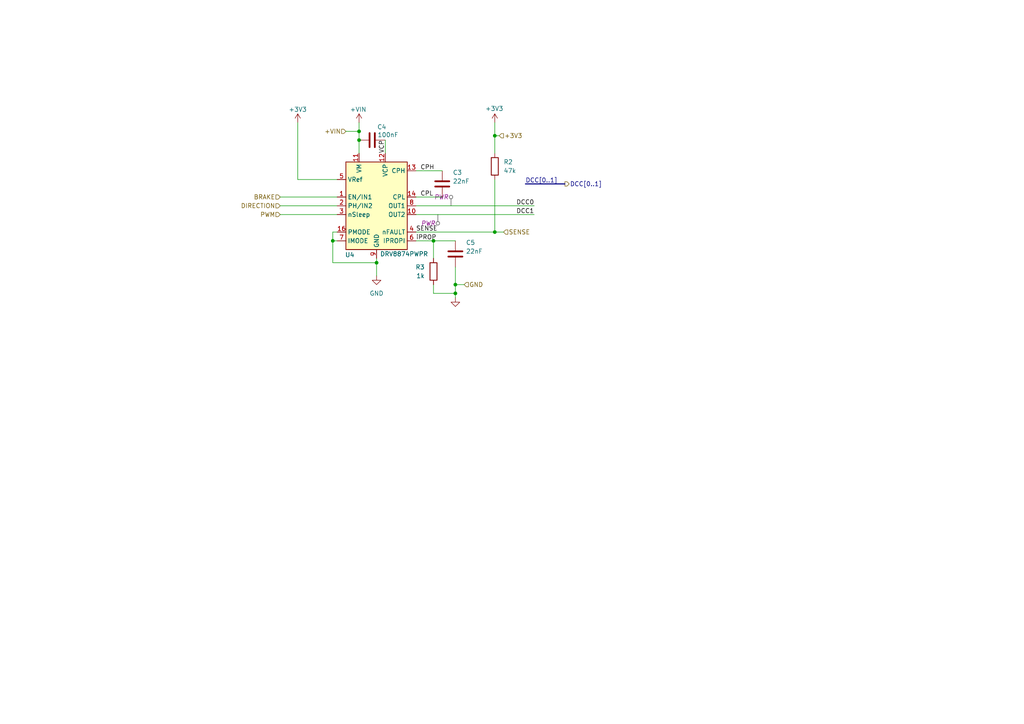
<source format=kicad_sch>
(kicad_sch (version 20231120) (generator "eeschema") (generator_version "8.0")
  (paper "A4")
  (lib_symbols
    (symbol "Device:C" (pin_numbers hide) (pin_names (offset 0.254))
      (property "Reference" "C" (at 0.635 2.54 0))
      (property "Value" "C" (at 0.635 -2.54 0))
      (symbol "C_0_1"
        (polyline (pts (xy -2.032 -0.762) (xy 2.032 -0.762)) (stroke (width 0.508)))
        (polyline (pts (xy -2.032 0.762) (xy 2.032 0.762)) (stroke (width 0.508)))
      )
      (symbol "C_1_1"
        (pin passive line (at 0 3.81 270) (length 2.794) (name "~") (number "1"))
        (pin passive line (at 0 -3.81 90) (length 2.794) (name "~") (number "2"))
      )
    )
    (symbol "Device:R" (pin_numbers hide) (pin_names (offset 0))
      (property "Reference" "R" (at 2.032 0 90))
      (property "Value" "R" (at 0 0 90))
      (symbol "R_0_1"
        (rectangle (start -1.016 -2.54) (end 1.016 2.54) (stroke (width 0.254)))
      )
      (symbol "R_1_1"
        (pin passive line (at 0 3.81 270) (length 1.27) (name "~") (number "1"))
        (pin passive line (at 0 -3.81 90) (length 1.27) (name "~") (number "2"))
      )
    )
    (symbol "_my:DRV8874PWPR"
      (property "Reference" "U" (at 6.35 13.97 0))
      (property "Value" "DRV8874PWPR" (at 8.255 -13.97 0))
      (symbol "DRV8874PWPR_0_1"
        (rectangle (start -8.89 12.7) (end 8.89 -12.7) (stroke (width 0.254)) (fill (type background)))
      )
      (symbol "DRV8874PWPR_1_1"
        (pin input line (at -11.43 2.54 0) (length 2.54) (name "EN/IN1") (number "1"))
        (pin output line (at 11.43 -2.54 180) (length 2.54) (name "OUT2") (number "10"))
        (pin power_in line (at -5.08 15.24 270) (length 2.54) (name "VM") (number "11"))
        (pin bidirectional line (at 2.54 15.24 270) (length 2.54) (name "VCP") (number "12"))
        (pin bidirectional line (at 11.43 10.16 180) (length 2.54) (name "CPH") (number "13"))
        (pin bidirectional line (at 11.43 2.54 180) (length 2.54) (name "CPL") (number "14"))
        (pin passive line (at 0 -15.24 90) (length 2.54) hide (name "GND") (number "15"))
        (pin input line (at -11.43 -7.62 0) (length 2.54) (name "PMODE") (number "16"))
        (pin passive line (at 0 -15.24 90) (length 2.54) hide (name "GND") (number "17"))
        (pin input line (at -11.43 0 0) (length 2.54) (name "PH/IN2") (number "2"))
        (pin input line (at -11.43 -2.54 0) (length 2.54) (name "nSleep") (number "3"))
        (pin open_collector line (at 11.43 -7.62 180) (length 2.54) (name "nFAULT") (number "4"))
        (pin input line (at -11.43 7.62 0) (length 2.54) (name "VRef") (number "5"))
        (pin power_out line (at 11.43 -10.16 180) (length 2.54) (name "IPROPI") (number "6"))
        (pin input line (at -11.43 -10.16 0) (length 2.54) (name "IMODE") (number "7"))
        (pin output line (at 11.43 0 180) (length 2.54) (name "OUT1") (number "8"))
        (pin power_in line (at 0 -15.24 90) (length 2.54) (name "GND") (number "9"))
      )
    )
    (symbol "power:+5V" (power) (pin_names (offset 0))
      (property "Value" "+5V" (at 0 3.556 0))
      (symbol "+5V_0_1"
        (polyline (pts (xy -0.762 1.27) (xy 0 2.54)))
        (polyline (pts (xy 0 0) (xy 0 2.54)))
        (polyline (pts (xy 0 2.54) (xy 0.762 1.27)))
      )
      (symbol "+5V_1_1"
        (pin power_in line (at 0 0 90) (length 0) hide (name "+5V") (number "1"))
      )
    )
    (symbol "power:GND" (power) (pin_names (offset 0))
      (property "Value" "GND" (at 0 -3.81 0))
      (symbol "GND_0_1"
        (polyline (pts (xy 0 0) (xy 0 -1.27) (xy 1.27 -1.27) (xy 0 -2.54) (xy -1.27 -1.27) (xy 0 -1.27)))
      )
      (symbol "GND_1_1"
        (pin power_in line (at 0 0 270) (length 0) hide (name "GND") (number "1"))
      )
    )
    (symbol "power:VCC" (power) (pin_names (offset 0))
      (property "Value" "VCC" (at 0 3.81 0))
      (symbol "VCC_0_1"
        (polyline (pts (xy -0.762 1.27) (xy 0 2.54)))
        (polyline (pts (xy 0 0) (xy 0 2.54)))
        (polyline (pts (xy 0 2.54) (xy 0.762 1.27)))
      )
      (symbol "VCC_1_1"
        (pin power_in line (at 0 0 90) (length 0) hide (name "VCC") (number "1"))
      )
    )
  )
  (junction (at 125.73 69.85))
  (junction (at 104.14 38.1))
  (junction (at 96.52 69.85))
  (junction (at 143.51 67.31))
  (junction (at 132.08 82.55))
  (junction (at 109.22 76.2))
  (junction (at 143.51 39.37))
  (junction (at 104.14 40.64))
  (junction (at 132.08 85.09))
  (wire (pts (xy 109.22 76.2) (xy 109.22 80.01)))
  (wire (pts (xy 86.36 52.07) (xy 97.79 52.07)))
  (wire (pts (xy 96.52 67.31) (xy 97.79 67.31)))
  (wire (pts (xy 104.14 40.64) (xy 104.14 44.45)))
  (wire (pts (xy 96.52 69.85) (xy 96.52 76.2)))
  (bus (pts (xy 152.4 53.34) (xy 163.83 53.34)))
  (wire (pts (xy 100.33 38.1) (xy 104.14 38.1)))
  (wire (pts (xy 86.36 35.56) (xy 86.36 52.07)))
  (wire (pts (xy 132.08 85.09) (xy 132.08 86.36)))
  (wire (pts (xy 104.14 35.56) (xy 104.14 38.1)))
  (wire (pts (xy 96.52 76.2) (xy 109.22 76.2)))
  (wire (pts (xy 120.65 67.31) (xy 143.51 67.31)))
  (wire (pts (xy 128.27 49.53) (xy 120.65 49.53)))
  (wire (pts (xy 125.73 74.93) (xy 125.73 69.85)))
  (wire (pts (xy 128.27 57.15) (xy 120.65 57.15)))
  (wire (pts (xy 144.78 39.37) (xy 143.51 39.37)))
  (wire (pts (xy 120.65 62.23) (xy 154.94 62.23)))
  (wire (pts (xy 134.62 82.55) (xy 132.08 82.55)))
  (wire (pts (xy 109.22 76.2) (xy 109.22 74.93)))
  (wire (pts (xy 120.65 59.69) (xy 154.94 59.69)))
  (wire (pts (xy 132.08 85.09) (xy 125.73 85.09)))
  (wire (pts (xy 146.05 67.31) (xy 143.51 67.31)))
  (wire (pts (xy 132.08 77.47) (xy 132.08 82.55)))
  (wire (pts (xy 132.08 82.55) (xy 132.08 85.09)))
  (wire (pts (xy 132.08 69.85) (xy 125.73 69.85)))
  (wire (pts (xy 81.28 62.23) (xy 97.79 62.23)))
  (wire (pts (xy 125.73 69.85) (xy 120.65 69.85)))
  (wire (pts (xy 81.28 57.15) (xy 97.79 57.15)))
  (wire (pts (xy 104.14 38.1) (xy 104.14 40.64)))
  (wire (pts (xy 81.28 59.69) (xy 97.79 59.69)))
  (wire (pts (xy 96.52 67.31) (xy 96.52 69.85)))
  (wire (pts (xy 96.52 69.85) (xy 97.79 69.85)))
  (wire (pts (xy 143.51 39.37) (xy 143.51 44.45)))
  (wire (pts (xy 143.51 35.56) (xy 143.51 39.37)))
  (wire (pts (xy 125.73 85.09) (xy 125.73 82.55)))
  (wire (pts (xy 143.51 67.31) (xy 143.51 52.07)))
  (wire (pts (xy 111.76 40.64) (xy 111.76 44.45)))
  (label "iPROP" (at 120.65 69.85 0))
  (label "DCC[0..1]" (at 152.4 53.34 0))
  (label "DCC1" (at 154.94 62.23 180))
  (label "CPL" (at 121.92 57.15 0))
  (label "CPH" (at 121.92 49.53 0))
  (label "DCC0" (at 154.94 59.69 180))
  (label "SENSE" (at 120.65 67.31 0))
  (label "VCP" (at 111.76 44.45 90))
  (hierarchical_label "+3V3" (shape input) (at 144.78 39.37 0))
  (hierarchical_label "+VIN" (shape input) (at 100.33 38.1 180))
  (hierarchical_label "PWM" (shape input) (at 81.28 62.23 180))
  (hierarchical_label "GND" (shape input) (at 134.62 82.55 0))
  (hierarchical_label "DIRECTION" (shape input) (at 81.28 59.69 180))
  (hierarchical_label "DCC[0..1]" (shape output) (at 163.83 53.34 0))
  (hierarchical_label "SENSE" (shape input) (at 146.05 67.31 0))
  (hierarchical_label "BRAKE" (shape input) (at 81.28 57.15 180))
  (netclass_flag "" (length 2.54) (shape round) (at 127 62.23 180) (property "Netclass" "PWR" (at 126.3015 64.77 0) (effects (font (italic yes)) (justify right))))
  (netclass_flag "" (length 2.54) (shape round) (at 130.81 59.69 0) (property "Netclass" "PWR" (at 130.1115 57.15 0) (effects (font (italic yes)) (justify right))))
  (symbol (lib_id "Device:C") (at 132.08 73.66 0) (unit 1)
    (property "Reference" "C5" (at 135.128 70.358 0) (effects (justify left)))
    (property "Value" "22nF" (at 135.128 72.898 0) (effects (justify left)))
    (property "Footprint" "Capacitor_SMD:C_0805_2012Metric_Pad1.18x1.45mm_HandSolder" (effects (hide yes)))
    (property "Description" "Unpolarized capacitor" (effects (hide yes)))
    (property "LCSC" "C1729" (effects (hide yes)))
    (property "OLI_ID" "22nF_0805" (effects (hide yes)))
  )
  (symbol (lib_id "Device:C") (at 107.95 40.64 270) (unit 1)
    (property "Reference" "C4" (at 110.744 36.83 90))
    (property "Value" "100nF" (at 112.522 39.116 90))
    (property "Footprint" "Capacitor_SMD:C_0805_2012Metric_Pad1.18x1.45mm_HandSolder" (effects (hide yes)))
    (property "Description" "Unpolarized capacitor" (effects (hide yes)))
    (property "LCSC" "C49678" (effects (hide yes)))
    (property "OLI_ID" "100nF_0805" (effects (hide yes)))
  )
  (symbol (lib_id "Device:R") (at 125.73 78.74 0) (mirror y) (unit 1)
    (property "Reference" "R3" (at 123.19 77.4699 0) (effects (justify left)))
    (property "Value" "1k" (at 123.19 80.0099 0) (effects (justify left)))
    (property "Footprint" "Resistor_SMD:R_0805_2012Metric_Pad1.20x1.40mm_HandSolder" (effects (hide yes)))
    (property "Description" "Resistor" (effects (hide yes)))
    (property "LCSC" "C4310" (effects (hide yes)))
    (property "OLI_ID" "1k_0805" (effects (hide yes)))
  )
  (symbol (lib_id "power:VCC") (at 86.36 35.56 0) (unit 1)
    (property "Reference" "#PWR021" (effects (hide yes)))
    (property "Value" "+3V3" (at 86.36 31.75 0))
    (property "Description" "Power symbol creates a global label with name \"VCC\"" (effects (hide yes)))
  )
  (symbol (lib_id "power:+5V") (at 143.51 35.56 0) (unit 1)
    (property "Reference" "#PWR022" (effects (hide yes)))
    (property "Value" "+3V3" (at 140.716 31.496 0) (effects (justify left)))
    (property "Description" "Power symbol creates a global label with name \"+5V\"" (effects (hide yes)))
  )
  (symbol (lib_id "power:VCC") (at 104.14 35.56 0) (unit 1)
    (property "Reference" "#PWR06" (effects (hide yes)))
    (property "Value" "+VIN" (at 103.886 31.75 0))
    (property "Description" "Power symbol creates a global label with name \"VCC\"" (effects (hide yes)))
  )
  (symbol (lib_id "power:GND") (at 132.08 86.36 0) (unit 1)
    (property "Reference" "#PWR023" (effects (hide yes)))
    (property "Value" "GND" (effects (hide yes)))
    (property "Description" "Power symbol creates a global label with name \"GND\" , ground" (effects (hide yes)))
  )
  (symbol (lib_id "power:GND") (at 109.22 80.01 0) (unit 1)
    (property "Reference" "#PWR05" (effects (hide yes)))
    (property "Value" "GND" (at 109.22 85.09 0))
    (property "Description" "Power symbol creates a global label with name \"GND\" , ground" (effects (hide yes)))
  )
  (symbol (lib_id "Device:R") (at 143.51 48.26 0) (unit 1)
    (property "Reference" "R2" (at 146.05 46.9899 0) (effects (justify left)))
    (property "Value" "47k" (at 146.05 49.5299 0) (effects (justify left)))
    (property "Footprint" "Resistor_SMD:R_0805_2012Metric_Pad1.20x1.40mm_HandSolder" (effects (hide yes)))
    (property "Description" "Resistor" (effects (hide yes)))
    (property "LCSC" "C17713" (effects (hide yes)))
    (property "OLI_ID" "47k_0805" (effects (hide yes)))
  )
  (symbol (lib_id "_my:DRV8874PWPR") (at 109.22 59.69 0) (unit 1)
    (property "Reference" "U4" (at 100.076 73.914 0) (effects (justify left)))
    (property "Value" "DRV8874PWPR" (at 110.236 73.66 0) (effects (justify left)))
    (property "Footprint" "Package_SO:HTSSOP-16-1EP_4.4x5mm_P0.65mm_EP3.4x5mm_Mask2.46x2.31mm_ThermalVias" (effects (hide yes)))
    (property "Datasheet" "http://www.ti.com/lit/ds/symlink/drv8874.pdf" (effects (hide yes)))
    (property "LCSC Part #" "C1855818" (effects (hide yes)))
    (property "rohs_cert_or_in_datasheet" "y" (effects (hide yes)))
    (property "LCSC" "C1855818" (effects (hide yes)))
    (property "OLI_ID" "DRV8874PWPR_HTSSOP-16" (effects (hide yes)))
  )
  (symbol (lib_id "Device:C") (at 128.27 53.34 0) (unit 1)
    (property "Reference" "C3" (at 131.318 50.038 0) (effects (justify left)))
    (property "Value" "22nF" (at 131.318 52.578 0) (effects (justify left)))
    (property "Footprint" "Capacitor_SMD:C_0805_2012Metric_Pad1.18x1.45mm_HandSolder" (effects (hide yes)))
    (property "Description" "Unpolarized capacitor" (effects (hide yes)))
    (property "LCSC" "C1729" (effects (hide yes)))
    (property "OLI_ID" "22nF_0805" (effects (hide yes)))
  )
)
</source>
